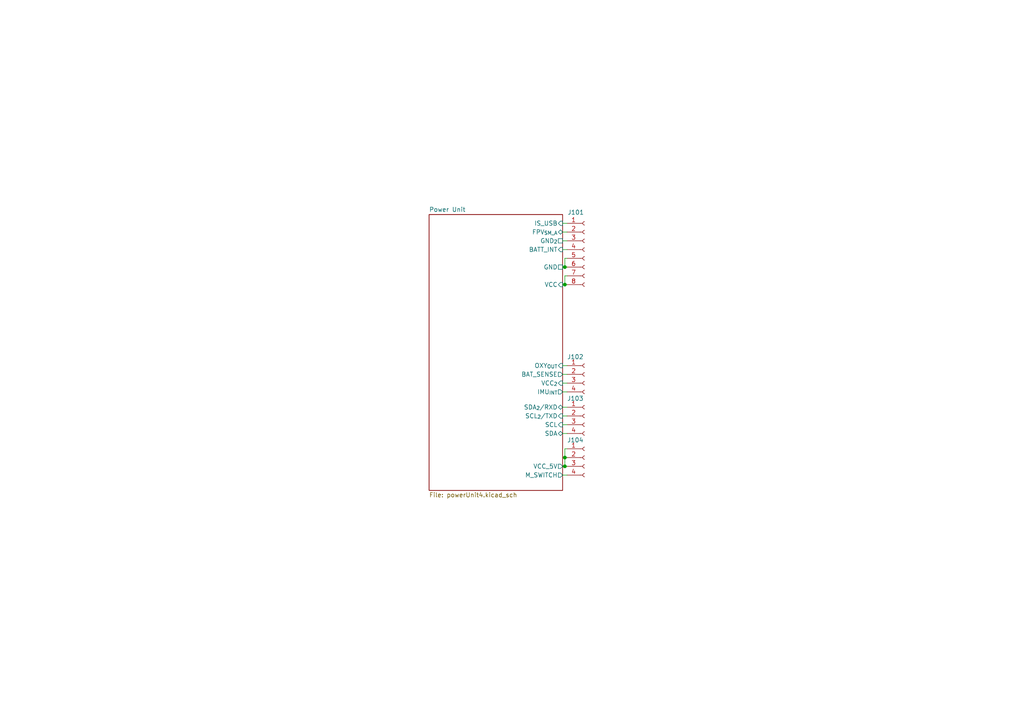
<source format=kicad_sch>
(kicad_sch (version 20211123) (generator eeschema)
  (paper "A4")
  (lib_symbols
    (symbol "Connector:Conn_01x04_Female" (pin_names (offset 1.016) hide)
      (property "Reference" "J" (at 0 5.08 0))
      (property "Value" "Conn_01x04_Female" (at 0 -7.62 0))
      (symbol "Conn_01x04_Female_1_1"
        (arc (start 0 -4.572) (mid -0.508 -5.08) (end 0 -5.588) (stroke (width 0.1524)))
        (arc (start 0 -2.032) (mid -0.508 -2.54) (end 0 -3.048) (stroke (width 0.1524)))
        (polyline (pts (xy -1.27 -5.08) (xy -0.508 -5.08)) (stroke (width 0.1524)))
        (polyline (pts (xy -1.27 -2.54) (xy -0.508 -2.54)) (stroke (width 0.1524)))
        (polyline (pts (xy -1.27 0) (xy -0.508 0)) (stroke (width 0.1524)))
        (polyline (pts (xy -1.27 2.54) (xy -0.508 2.54)) (stroke (width 0.1524)))
        (arc (start 0 0.508) (mid -0.508 0) (end 0 -0.508) (stroke (width 0.1524)))
        (arc (start 0 3.048) (mid -0.508 2.54) (end 0 2.032) (stroke (width 0.1524)))
        (pin passive line (at -5.08 2.54 0) (length 3.81) (name "Pin_1") (number "1"))
        (pin passive line (at -5.08 0 0) (length 3.81) (name "Pin_2") (number "2"))
        (pin passive line (at -5.08 -2.54 0) (length 3.81) (name "Pin_3") (number "3"))
        (pin passive line (at -5.08 -5.08 0) (length 3.81) (name "Pin_4") (number "4"))
      )
    )
    (symbol "Connector:Conn_01x08_Female" (pin_names (offset 1.016) hide)
      (property "Reference" "J" (at 0 10.16 0))
      (property "Value" "Conn_01x08_Female" (at 0 -12.7 0))
      (symbol "Conn_01x08_Female_1_1"
        (arc (start 0 -9.652) (mid -0.508 -10.16) (end 0 -10.668) (stroke (width 0.1524)))
        (arc (start 0 -7.112) (mid -0.508 -7.62) (end 0 -8.128) (stroke (width 0.1524)))
        (arc (start 0 -4.572) (mid -0.508 -5.08) (end 0 -5.588) (stroke (width 0.1524)))
        (arc (start 0 -2.032) (mid -0.508 -2.54) (end 0 -3.048) (stroke (width 0.1524)))
        (polyline (pts (xy -1.27 -10.16) (xy -0.508 -10.16)) (stroke (width 0.1524)))
        (polyline (pts (xy -1.27 -7.62) (xy -0.508 -7.62)) (stroke (width 0.1524)))
        (polyline (pts (xy -1.27 -5.08) (xy -0.508 -5.08)) (stroke (width 0.1524)))
        (polyline (pts (xy -1.27 -2.54) (xy -0.508 -2.54)) (stroke (width 0.1524)))
        (polyline (pts (xy -1.27 0) (xy -0.508 0)) (stroke (width 0.1524)))
        (polyline (pts (xy -1.27 2.54) (xy -0.508 2.54)) (stroke (width 0.1524)))
        (polyline (pts (xy -1.27 5.08) (xy -0.508 5.08)) (stroke (width 0.1524)))
        (polyline (pts (xy -1.27 7.62) (xy -0.508 7.62)) (stroke (width 0.1524)))
        (arc (start 0 0.508) (mid -0.508 0) (end 0 -0.508) (stroke (width 0.1524)))
        (arc (start 0 3.048) (mid -0.508 2.54) (end 0 2.032) (stroke (width 0.1524)))
        (arc (start 0 5.588) (mid -0.508 5.08) (end 0 4.572) (stroke (width 0.1524)))
        (arc (start 0 8.128) (mid -0.508 7.62) (end 0 7.112) (stroke (width 0.1524)))
        (pin passive line (at -5.08 7.62 0) (length 3.81) (name "Pin_1") (number "1"))
        (pin passive line (at -5.08 5.08 0) (length 3.81) (name "Pin_2") (number "2"))
        (pin passive line (at -5.08 2.54 0) (length 3.81) (name "Pin_3") (number "3"))
        (pin passive line (at -5.08 0 0) (length 3.81) (name "Pin_4") (number "4"))
        (pin passive line (at -5.08 -2.54 0) (length 3.81) (name "Pin_5") (number "5"))
        (pin passive line (at -5.08 -5.08 0) (length 3.81) (name "Pin_6") (number "6"))
        (pin passive line (at -5.08 -7.62 0) (length 3.81) (name "Pin_7") (number "7"))
        (pin passive line (at -5.08 -10.16 0) (length 3.81) (name "Pin_8") (number "8"))
      )
    )
  )
  (junction (at 163.83 135.255))
  (junction (at 163.83 77.47))
  (junction (at 163.83 82.55))
  (junction (at 163.83 132.715))
  (wire (pts (xy 163.83 74.93) (xy 163.83 77.47)))
  (wire (pts (xy 163.195 106.045) (xy 164.465 106.045)))
  (wire (pts (xy 164.465 108.585) (xy 163.195 108.585)))
  (wire (pts (xy 164.465 130.175) (xy 163.83 130.175)))
  (wire (pts (xy 163.83 132.715) (xy 163.83 135.255)))
  (wire (pts (xy 163.195 125.73) (xy 164.465 125.73)))
  (wire (pts (xy 164.465 74.93) (xy 163.83 74.93)))
  (wire (pts (xy 163.195 69.85) (xy 164.465 69.85)))
  (wire (pts (xy 163.195 120.65) (xy 164.465 120.65)))
  (wire (pts (xy 163.83 77.47) (xy 164.465 77.47)))
  (wire (pts (xy 163.195 135.255) (xy 163.83 135.255)))
  (wire (pts (xy 163.83 132.715) (xy 164.465 132.715)))
  (wire (pts (xy 164.465 67.31) (xy 163.195 67.31)))
  (wire (pts (xy 163.83 80.01) (xy 163.83 82.55)))
  (wire (pts (xy 163.195 77.47) (xy 163.83 77.47)))
  (wire (pts (xy 163.83 135.255) (xy 164.465 135.255)))
  (wire (pts (xy 163.83 130.175) (xy 163.83 132.715)))
  (wire (pts (xy 163.195 118.11) (xy 164.465 118.11)))
  (wire (pts (xy 163.83 82.55) (xy 164.465 82.55)))
  (wire (pts (xy 163.195 123.19) (xy 164.465 123.19)))
  (wire (pts (xy 164.465 72.39) (xy 163.195 72.39)))
  (wire (pts (xy 163.195 137.795) (xy 164.465 137.795)))
  (wire (pts (xy 164.465 113.665) (xy 163.195 113.665)))
  (wire (pts (xy 164.465 80.01) (xy 163.83 80.01)))
  (wire (pts (xy 164.465 64.77) (xy 163.195 64.77)))
  (wire (pts (xy 163.195 82.55) (xy 163.83 82.55)))
  (wire (pts (xy 163.195 111.125) (xy 164.465 111.125)))
  (symbol (lib_id "Connector:Conn_01x04_Female") (at 169.545 132.715 0) (unit 1)
    (property "Reference" "J104" (at 164.465 127.635 0) (effects (justify left)))
    (property "Value" "Conn_02x02_Female" (effects hide))
    (property "Footprint" "CanSat_2023:PinSocket_2x02_P2.54mm_Vertical" (effects hide))
  )
  (symbol (lib_id "Connector:Conn_01x08_Female") (at 169.545 72.39 0) (unit 1)
    (property "Reference" "J101" (at 167.005 61.595 0))
    (property "Value" "Conn_02x04_Female" (effects hide))
    (property "Footprint" "CanSat_2023:PinSocket_2x04_P2.54mm_Vertical" (effects hide))
  )
  (symbol (lib_id "Connector:Conn_01x04_Female") (at 169.545 120.65 0) (unit 1)
    (property "Reference" "J103" (at 164.465 115.57 0) (effects (justify left)))
    (property "Value" "Conn_02x02_Female" (effects hide))
    (property "Footprint" "CanSat_2023:PinSocket_2x02_P2.54mm_Vertical" (effects hide))
  )
  (symbol (lib_id "Connector:Conn_01x04_Female") (at 169.545 108.585 0) (unit 1)
    (property "Reference" "J102" (at 164.465 103.505 0) (effects (justify left)))
    (property "Value" "Conn_02x02_Female" (effects hide))
    (property "Footprint" "CanSat_2023:PinSocket_2x02_P2.54mm_Vertical" (effects hide))
  )
  (sheet (at 124.46 62.23) (size 38.735 80.01) (stroke (width 0.1524))
    (property "Sheet name" "Power Unit" (at 124.46 61.5184 0) (effects (justify left bottom)))
    (property "Sheet file" "powerUnit4.kicad_sch" (at 124.46 142.8246 0) (effects (justify left top)))
    (pin "GND" passive (at 163.195 77.47 0))
    (pin "VCC_{2}" input (at 163.195 111.125 0))
    (pin "VCC" input (at 163.195 82.55 0))
    (pin "VCC_5V" output (at 163.195 135.255 0))
    (pin "GND_{2}" passive (at 163.195 69.85 0))
    (pin "IMU_{INT}" output (at 163.195 113.665 0))
    (pin "IS_USB" input (at 163.195 64.77 0))
    (pin "OXY_{OUT}" input (at 163.195 106.045 0))
    (pin "BATT_INT" input (at 163.195 72.39 0))
    (pin "M_SWITCH" output (at 163.195 137.795 0))
    (pin "FPV_{SM_A}" bidirectional (at 163.195 67.31 0))
    (pin "SDA" bidirectional (at 163.195 125.73 0))
    (pin "SDA_{2}{slash}RXD" bidirectional (at 163.195 118.11 0))
    (pin "SCL_{2}{slash}TXD" input (at 163.195 120.65 0))
    (pin "SCL" input (at 163.195 123.19 0))
    (pin "BAT_SENSE" output (at 163.195 108.585 0))
  )
)
</source>
